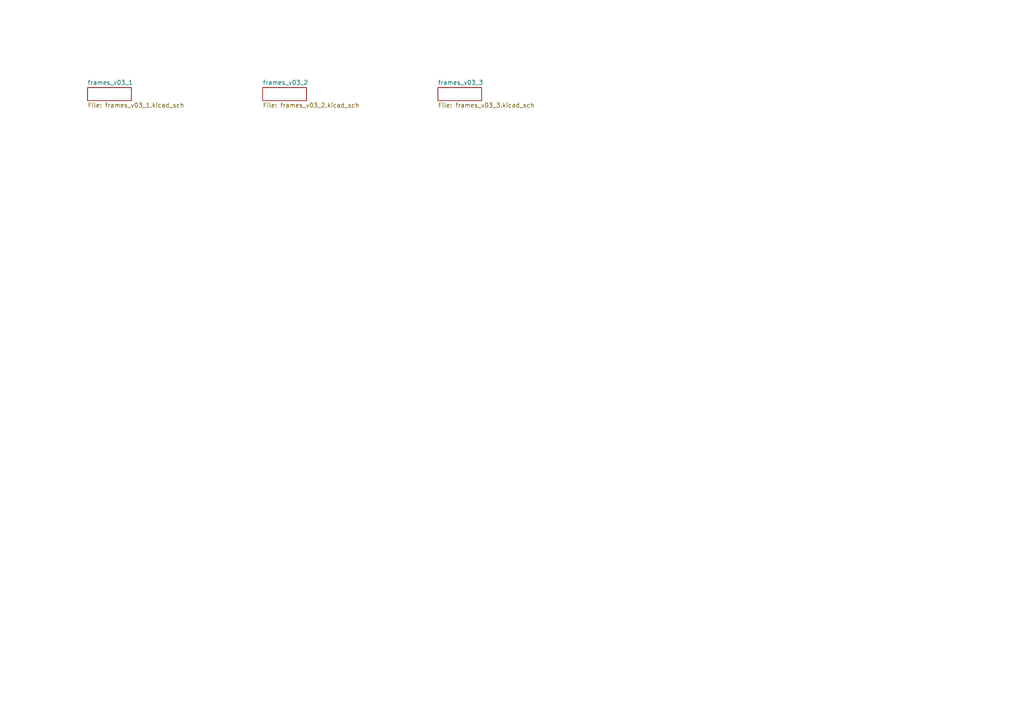
<source format=kicad_sch>
(kicad_sch (version 20211123) (generator eeschema)
  (paper "A4")
  (lib_symbols)
  (sheet (at 76.2 25.4) (size 12.7 3.81)
    (property "Sheet name" "frames_v03_2" (at 76.2 24.6884 0) (effects (justify left bottom)))
    (property "Sheet file" "frames_v03_2.kicad_sch" (at 76.2 29.7946 0) (effects (justify left top)))
  )
  (sheet (at 25.4 25.4) (size 12.7 3.81)
    (property "Sheet name" "frames_v03_1" (at 25.4 24.6884 0) (effects (justify left bottom)))
    (property "Sheet file" "frames_v03_1.kicad_sch" (at 25.4 29.7946 0) (effects (justify left top)))
  )
  (sheet (at 127 25.4) (size 12.7 3.81)
    (property "Sheet name" "frames_v03_3" (at 127 24.6884 0) (effects (justify left bottom)))
    (property "Sheet file" "frames_v03_3.kicad_sch" (at 127 29.7946 0) (effects (justify left top)))
  )
)
</source>
